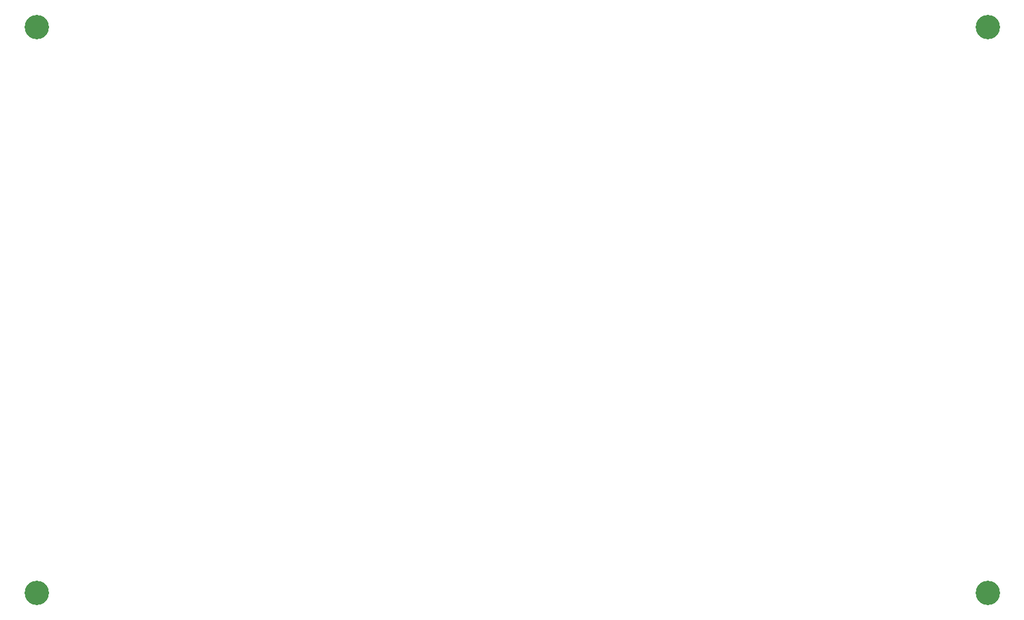
<source format=gbr>
%TF.GenerationSoftware,KiCad,Pcbnew,8.0.8*%
%TF.CreationDate,2025-08-16T08:58:07-04:00*%
%TF.ProjectId,multimeter,6d756c74-696d-4657-9465-722e6b696361,rev?*%
%TF.SameCoordinates,Original*%
%TF.FileFunction,NonPlated,1,2,NPTH,Drill*%
%TF.FilePolarity,Positive*%
%FSLAX46Y46*%
G04 Gerber Fmt 4.6, Leading zero omitted, Abs format (unit mm)*
G04 Created by KiCad (PCBNEW 8.0.8) date 2025-08-16 08:58:07*
%MOMM*%
%LPD*%
G01*
G04 APERTURE LIST*
%TA.AperFunction,ComponentDrill*%
%ADD10C,3.200000*%
%TD*%
G04 APERTURE END LIST*
D10*
%TO.C,H4*%
X6630000Y79220000D03*
%TO.C,H3*%
X6630000Y4970000D03*
%TO.C,H1*%
X131330000Y79270000D03*
%TO.C,H2*%
X131330000Y4970000D03*
M02*

</source>
